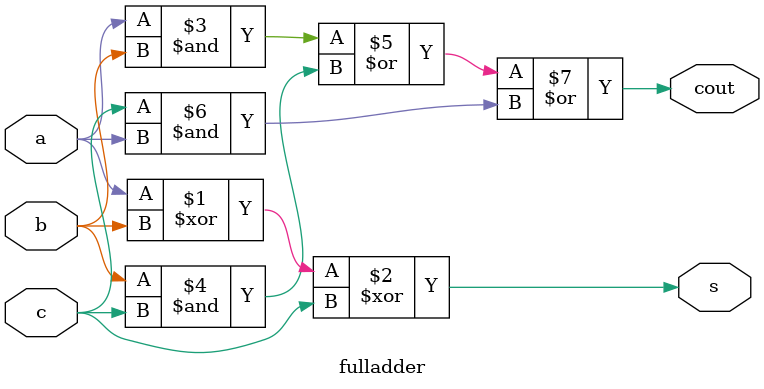
<source format=v>
module fulladder(s,cout,a,b,c);
input a,b,c;
output s,cout;

assign s=a^b^c;
assign cout=(a&b)|(b&c)|(c&a);

endmodule
</source>
